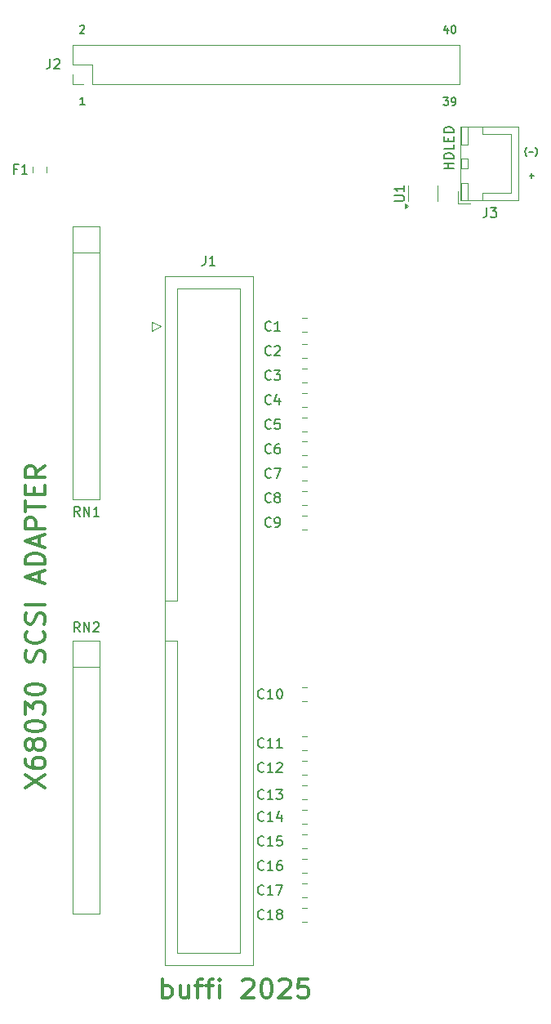
<source format=gbr>
%TF.GenerationSoftware,KiCad,Pcbnew,8.0.8*%
%TF.CreationDate,2025-02-28T07:36:19+01:00*%
%TF.ProjectId,x68030_scsi,78363830-3330-45f7-9363-73692e6b6963,rev?*%
%TF.SameCoordinates,Original*%
%TF.FileFunction,Legend,Top*%
%TF.FilePolarity,Positive*%
%FSLAX46Y46*%
G04 Gerber Fmt 4.6, Leading zero omitted, Abs format (unit mm)*
G04 Created by KiCad (PCBNEW 8.0.8) date 2025-02-28 07:36:19*
%MOMM*%
%LPD*%
G01*
G04 APERTURE LIST*
%ADD10C,0.300000*%
%ADD11C,0.150000*%
%ADD12C,0.120000*%
G04 APERTURE END LIST*
D10*
X46774558Y-173729638D02*
X46774558Y-171729638D01*
X46774558Y-172491542D02*
X46965034Y-172396304D01*
X46965034Y-172396304D02*
X47345987Y-172396304D01*
X47345987Y-172396304D02*
X47536463Y-172491542D01*
X47536463Y-172491542D02*
X47631701Y-172586780D01*
X47631701Y-172586780D02*
X47726939Y-172777257D01*
X47726939Y-172777257D02*
X47726939Y-173348685D01*
X47726939Y-173348685D02*
X47631701Y-173539161D01*
X47631701Y-173539161D02*
X47536463Y-173634400D01*
X47536463Y-173634400D02*
X47345987Y-173729638D01*
X47345987Y-173729638D02*
X46965034Y-173729638D01*
X46965034Y-173729638D02*
X46774558Y-173634400D01*
X49441225Y-172396304D02*
X49441225Y-173729638D01*
X48584082Y-172396304D02*
X48584082Y-173443923D01*
X48584082Y-173443923D02*
X48679320Y-173634400D01*
X48679320Y-173634400D02*
X48869796Y-173729638D01*
X48869796Y-173729638D02*
X49155511Y-173729638D01*
X49155511Y-173729638D02*
X49345987Y-173634400D01*
X49345987Y-173634400D02*
X49441225Y-173539161D01*
X50107892Y-172396304D02*
X50869796Y-172396304D01*
X50393606Y-173729638D02*
X50393606Y-172015352D01*
X50393606Y-172015352D02*
X50488844Y-171824876D01*
X50488844Y-171824876D02*
X50679320Y-171729638D01*
X50679320Y-171729638D02*
X50869796Y-171729638D01*
X51250749Y-172396304D02*
X52012653Y-172396304D01*
X51536463Y-173729638D02*
X51536463Y-172015352D01*
X51536463Y-172015352D02*
X51631701Y-171824876D01*
X51631701Y-171824876D02*
X51822177Y-171729638D01*
X51822177Y-171729638D02*
X52012653Y-171729638D01*
X52679320Y-173729638D02*
X52679320Y-172396304D01*
X52679320Y-171729638D02*
X52584082Y-171824876D01*
X52584082Y-171824876D02*
X52679320Y-171920114D01*
X52679320Y-171920114D02*
X52774558Y-171824876D01*
X52774558Y-171824876D02*
X52679320Y-171729638D01*
X52679320Y-171729638D02*
X52679320Y-171920114D01*
X55060273Y-171920114D02*
X55155511Y-171824876D01*
X55155511Y-171824876D02*
X55345987Y-171729638D01*
X55345987Y-171729638D02*
X55822178Y-171729638D01*
X55822178Y-171729638D02*
X56012654Y-171824876D01*
X56012654Y-171824876D02*
X56107892Y-171920114D01*
X56107892Y-171920114D02*
X56203130Y-172110590D01*
X56203130Y-172110590D02*
X56203130Y-172301066D01*
X56203130Y-172301066D02*
X56107892Y-172586780D01*
X56107892Y-172586780D02*
X54965035Y-173729638D01*
X54965035Y-173729638D02*
X56203130Y-173729638D01*
X57441225Y-171729638D02*
X57631702Y-171729638D01*
X57631702Y-171729638D02*
X57822178Y-171824876D01*
X57822178Y-171824876D02*
X57917416Y-171920114D01*
X57917416Y-171920114D02*
X58012654Y-172110590D01*
X58012654Y-172110590D02*
X58107892Y-172491542D01*
X58107892Y-172491542D02*
X58107892Y-172967733D01*
X58107892Y-172967733D02*
X58012654Y-173348685D01*
X58012654Y-173348685D02*
X57917416Y-173539161D01*
X57917416Y-173539161D02*
X57822178Y-173634400D01*
X57822178Y-173634400D02*
X57631702Y-173729638D01*
X57631702Y-173729638D02*
X57441225Y-173729638D01*
X57441225Y-173729638D02*
X57250749Y-173634400D01*
X57250749Y-173634400D02*
X57155511Y-173539161D01*
X57155511Y-173539161D02*
X57060273Y-173348685D01*
X57060273Y-173348685D02*
X56965035Y-172967733D01*
X56965035Y-172967733D02*
X56965035Y-172491542D01*
X56965035Y-172491542D02*
X57060273Y-172110590D01*
X57060273Y-172110590D02*
X57155511Y-171920114D01*
X57155511Y-171920114D02*
X57250749Y-171824876D01*
X57250749Y-171824876D02*
X57441225Y-171729638D01*
X58869797Y-171920114D02*
X58965035Y-171824876D01*
X58965035Y-171824876D02*
X59155511Y-171729638D01*
X59155511Y-171729638D02*
X59631702Y-171729638D01*
X59631702Y-171729638D02*
X59822178Y-171824876D01*
X59822178Y-171824876D02*
X59917416Y-171920114D01*
X59917416Y-171920114D02*
X60012654Y-172110590D01*
X60012654Y-172110590D02*
X60012654Y-172301066D01*
X60012654Y-172301066D02*
X59917416Y-172586780D01*
X59917416Y-172586780D02*
X58774559Y-173729638D01*
X58774559Y-173729638D02*
X60012654Y-173729638D01*
X61822178Y-171729638D02*
X60869797Y-171729638D01*
X60869797Y-171729638D02*
X60774559Y-172682019D01*
X60774559Y-172682019D02*
X60869797Y-172586780D01*
X60869797Y-172586780D02*
X61060273Y-172491542D01*
X61060273Y-172491542D02*
X61536464Y-172491542D01*
X61536464Y-172491542D02*
X61726940Y-172586780D01*
X61726940Y-172586780D02*
X61822178Y-172682019D01*
X61822178Y-172682019D02*
X61917416Y-172872495D01*
X61917416Y-172872495D02*
X61917416Y-173348685D01*
X61917416Y-173348685D02*
X61822178Y-173539161D01*
X61822178Y-173539161D02*
X61726940Y-173634400D01*
X61726940Y-173634400D02*
X61536464Y-173729638D01*
X61536464Y-173729638D02*
X61060273Y-173729638D01*
X61060273Y-173729638D02*
X60869797Y-173634400D01*
X60869797Y-173634400D02*
X60774559Y-173539161D01*
D11*
X84531257Y-86502742D02*
X84502686Y-86474171D01*
X84502686Y-86474171D02*
X84445543Y-86388457D01*
X84445543Y-86388457D02*
X84416972Y-86331314D01*
X84416972Y-86331314D02*
X84388400Y-86245600D01*
X84388400Y-86245600D02*
X84359829Y-86102742D01*
X84359829Y-86102742D02*
X84359829Y-85988457D01*
X84359829Y-85988457D02*
X84388400Y-85845600D01*
X84388400Y-85845600D02*
X84416972Y-85759885D01*
X84416972Y-85759885D02*
X84445543Y-85702742D01*
X84445543Y-85702742D02*
X84502686Y-85617028D01*
X84502686Y-85617028D02*
X84531257Y-85588457D01*
X84759829Y-86045600D02*
X85216972Y-86045600D01*
X85445543Y-86502742D02*
X85474114Y-86474171D01*
X85474114Y-86474171D02*
X85531257Y-86388457D01*
X85531257Y-86388457D02*
X85559829Y-86331314D01*
X85559829Y-86331314D02*
X85588400Y-86245600D01*
X85588400Y-86245600D02*
X85616971Y-86102742D01*
X85616971Y-86102742D02*
X85616971Y-85988457D01*
X85616971Y-85988457D02*
X85588400Y-85845600D01*
X85588400Y-85845600D02*
X85559829Y-85759885D01*
X85559829Y-85759885D02*
X85531257Y-85702742D01*
X85531257Y-85702742D02*
X85474114Y-85617028D01*
X85474114Y-85617028D02*
X85445543Y-85588457D01*
X76933419Y-87801220D02*
X75933419Y-87801220D01*
X76409609Y-87801220D02*
X76409609Y-87229792D01*
X76933419Y-87229792D02*
X75933419Y-87229792D01*
X76933419Y-86753601D02*
X75933419Y-86753601D01*
X75933419Y-86753601D02*
X75933419Y-86515506D01*
X75933419Y-86515506D02*
X75981038Y-86372649D01*
X75981038Y-86372649D02*
X76076276Y-86277411D01*
X76076276Y-86277411D02*
X76171514Y-86229792D01*
X76171514Y-86229792D02*
X76361990Y-86182173D01*
X76361990Y-86182173D02*
X76504847Y-86182173D01*
X76504847Y-86182173D02*
X76695323Y-86229792D01*
X76695323Y-86229792D02*
X76790561Y-86277411D01*
X76790561Y-86277411D02*
X76885800Y-86372649D01*
X76885800Y-86372649D02*
X76933419Y-86515506D01*
X76933419Y-86515506D02*
X76933419Y-86753601D01*
X76933419Y-85277411D02*
X76933419Y-85753601D01*
X76933419Y-85753601D02*
X75933419Y-85753601D01*
X76409609Y-84944077D02*
X76409609Y-84610744D01*
X76933419Y-84467887D02*
X76933419Y-84944077D01*
X76933419Y-84944077D02*
X75933419Y-84944077D01*
X75933419Y-84944077D02*
X75933419Y-84467887D01*
X76933419Y-84039315D02*
X75933419Y-84039315D01*
X75933419Y-84039315D02*
X75933419Y-83801220D01*
X75933419Y-83801220D02*
X75981038Y-83658363D01*
X75981038Y-83658363D02*
X76076276Y-83563125D01*
X76076276Y-83563125D02*
X76171514Y-83515506D01*
X76171514Y-83515506D02*
X76361990Y-83467887D01*
X76361990Y-83467887D02*
X76504847Y-83467887D01*
X76504847Y-83467887D02*
X76695323Y-83515506D01*
X76695323Y-83515506D02*
X76790561Y-83563125D01*
X76790561Y-83563125D02*
X76885800Y-83658363D01*
X76885800Y-83658363D02*
X76933419Y-83801220D01*
X76933419Y-83801220D02*
X76933419Y-84039315D01*
X76324017Y-73224161D02*
X76324017Y-73757495D01*
X76133541Y-72919400D02*
X75943064Y-73490828D01*
X75943064Y-73490828D02*
X76438303Y-73490828D01*
X76895446Y-72957495D02*
X76971636Y-72957495D01*
X76971636Y-72957495D02*
X77047827Y-72995590D01*
X77047827Y-72995590D02*
X77085922Y-73033685D01*
X77085922Y-73033685D02*
X77124017Y-73109876D01*
X77124017Y-73109876D02*
X77162112Y-73262257D01*
X77162112Y-73262257D02*
X77162112Y-73452733D01*
X77162112Y-73452733D02*
X77124017Y-73605114D01*
X77124017Y-73605114D02*
X77085922Y-73681304D01*
X77085922Y-73681304D02*
X77047827Y-73719400D01*
X77047827Y-73719400D02*
X76971636Y-73757495D01*
X76971636Y-73757495D02*
X76895446Y-73757495D01*
X76895446Y-73757495D02*
X76819255Y-73719400D01*
X76819255Y-73719400D02*
X76781160Y-73681304D01*
X76781160Y-73681304D02*
X76743065Y-73605114D01*
X76743065Y-73605114D02*
X76704969Y-73452733D01*
X76704969Y-73452733D02*
X76704969Y-73262257D01*
X76704969Y-73262257D02*
X76743065Y-73109876D01*
X76743065Y-73109876D02*
X76781160Y-73033685D01*
X76781160Y-73033685D02*
X76819255Y-72995590D01*
X76819255Y-72995590D02*
X76895446Y-72957495D01*
X38681207Y-81174295D02*
X38224064Y-81174295D01*
X38452636Y-81174295D02*
X38452636Y-80374295D01*
X38452636Y-80374295D02*
X38376445Y-80488580D01*
X38376445Y-80488580D02*
X38300255Y-80564771D01*
X38300255Y-80564771D02*
X38224064Y-80602866D01*
X84810629Y-88534800D02*
X85267772Y-88534800D01*
X85039200Y-88763371D02*
X85039200Y-88306228D01*
X75904969Y-80425095D02*
X76400207Y-80425095D01*
X76400207Y-80425095D02*
X76133541Y-80729857D01*
X76133541Y-80729857D02*
X76247826Y-80729857D01*
X76247826Y-80729857D02*
X76324017Y-80767952D01*
X76324017Y-80767952D02*
X76362112Y-80806047D01*
X76362112Y-80806047D02*
X76400207Y-80882238D01*
X76400207Y-80882238D02*
X76400207Y-81072714D01*
X76400207Y-81072714D02*
X76362112Y-81148904D01*
X76362112Y-81148904D02*
X76324017Y-81187000D01*
X76324017Y-81187000D02*
X76247826Y-81225095D01*
X76247826Y-81225095D02*
X76019255Y-81225095D01*
X76019255Y-81225095D02*
X75943064Y-81187000D01*
X75943064Y-81187000D02*
X75904969Y-81148904D01*
X76781160Y-81225095D02*
X76933541Y-81225095D01*
X76933541Y-81225095D02*
X77009731Y-81187000D01*
X77009731Y-81187000D02*
X77047827Y-81148904D01*
X77047827Y-81148904D02*
X77124017Y-81034619D01*
X77124017Y-81034619D02*
X77162112Y-80882238D01*
X77162112Y-80882238D02*
X77162112Y-80577476D01*
X77162112Y-80577476D02*
X77124017Y-80501285D01*
X77124017Y-80501285D02*
X77085922Y-80463190D01*
X77085922Y-80463190D02*
X77009731Y-80425095D01*
X77009731Y-80425095D02*
X76857350Y-80425095D01*
X76857350Y-80425095D02*
X76781160Y-80463190D01*
X76781160Y-80463190D02*
X76743065Y-80501285D01*
X76743065Y-80501285D02*
X76704969Y-80577476D01*
X76704969Y-80577476D02*
X76704969Y-80767952D01*
X76704969Y-80767952D02*
X76743065Y-80844142D01*
X76743065Y-80844142D02*
X76781160Y-80882238D01*
X76781160Y-80882238D02*
X76857350Y-80920333D01*
X76857350Y-80920333D02*
X77009731Y-80920333D01*
X77009731Y-80920333D02*
X77085922Y-80882238D01*
X77085922Y-80882238D02*
X77124017Y-80844142D01*
X77124017Y-80844142D02*
X77162112Y-80767952D01*
D10*
X32537638Y-151916917D02*
X34537638Y-150583584D01*
X32537638Y-150583584D02*
X34537638Y-151916917D01*
X32537638Y-148964536D02*
X32537638Y-149345489D01*
X32537638Y-149345489D02*
X32632876Y-149535965D01*
X32632876Y-149535965D02*
X32728114Y-149631203D01*
X32728114Y-149631203D02*
X33013828Y-149821679D01*
X33013828Y-149821679D02*
X33394780Y-149916917D01*
X33394780Y-149916917D02*
X34156685Y-149916917D01*
X34156685Y-149916917D02*
X34347161Y-149821679D01*
X34347161Y-149821679D02*
X34442400Y-149726441D01*
X34442400Y-149726441D02*
X34537638Y-149535965D01*
X34537638Y-149535965D02*
X34537638Y-149155012D01*
X34537638Y-149155012D02*
X34442400Y-148964536D01*
X34442400Y-148964536D02*
X34347161Y-148869298D01*
X34347161Y-148869298D02*
X34156685Y-148774060D01*
X34156685Y-148774060D02*
X33680495Y-148774060D01*
X33680495Y-148774060D02*
X33490019Y-148869298D01*
X33490019Y-148869298D02*
X33394780Y-148964536D01*
X33394780Y-148964536D02*
X33299542Y-149155012D01*
X33299542Y-149155012D02*
X33299542Y-149535965D01*
X33299542Y-149535965D02*
X33394780Y-149726441D01*
X33394780Y-149726441D02*
X33490019Y-149821679D01*
X33490019Y-149821679D02*
X33680495Y-149916917D01*
X33394780Y-147631203D02*
X33299542Y-147821679D01*
X33299542Y-147821679D02*
X33204304Y-147916917D01*
X33204304Y-147916917D02*
X33013828Y-148012155D01*
X33013828Y-148012155D02*
X32918590Y-148012155D01*
X32918590Y-148012155D02*
X32728114Y-147916917D01*
X32728114Y-147916917D02*
X32632876Y-147821679D01*
X32632876Y-147821679D02*
X32537638Y-147631203D01*
X32537638Y-147631203D02*
X32537638Y-147250250D01*
X32537638Y-147250250D02*
X32632876Y-147059774D01*
X32632876Y-147059774D02*
X32728114Y-146964536D01*
X32728114Y-146964536D02*
X32918590Y-146869298D01*
X32918590Y-146869298D02*
X33013828Y-146869298D01*
X33013828Y-146869298D02*
X33204304Y-146964536D01*
X33204304Y-146964536D02*
X33299542Y-147059774D01*
X33299542Y-147059774D02*
X33394780Y-147250250D01*
X33394780Y-147250250D02*
X33394780Y-147631203D01*
X33394780Y-147631203D02*
X33490019Y-147821679D01*
X33490019Y-147821679D02*
X33585257Y-147916917D01*
X33585257Y-147916917D02*
X33775733Y-148012155D01*
X33775733Y-148012155D02*
X34156685Y-148012155D01*
X34156685Y-148012155D02*
X34347161Y-147916917D01*
X34347161Y-147916917D02*
X34442400Y-147821679D01*
X34442400Y-147821679D02*
X34537638Y-147631203D01*
X34537638Y-147631203D02*
X34537638Y-147250250D01*
X34537638Y-147250250D02*
X34442400Y-147059774D01*
X34442400Y-147059774D02*
X34347161Y-146964536D01*
X34347161Y-146964536D02*
X34156685Y-146869298D01*
X34156685Y-146869298D02*
X33775733Y-146869298D01*
X33775733Y-146869298D02*
X33585257Y-146964536D01*
X33585257Y-146964536D02*
X33490019Y-147059774D01*
X33490019Y-147059774D02*
X33394780Y-147250250D01*
X32537638Y-145631203D02*
X32537638Y-145440726D01*
X32537638Y-145440726D02*
X32632876Y-145250250D01*
X32632876Y-145250250D02*
X32728114Y-145155012D01*
X32728114Y-145155012D02*
X32918590Y-145059774D01*
X32918590Y-145059774D02*
X33299542Y-144964536D01*
X33299542Y-144964536D02*
X33775733Y-144964536D01*
X33775733Y-144964536D02*
X34156685Y-145059774D01*
X34156685Y-145059774D02*
X34347161Y-145155012D01*
X34347161Y-145155012D02*
X34442400Y-145250250D01*
X34442400Y-145250250D02*
X34537638Y-145440726D01*
X34537638Y-145440726D02*
X34537638Y-145631203D01*
X34537638Y-145631203D02*
X34442400Y-145821679D01*
X34442400Y-145821679D02*
X34347161Y-145916917D01*
X34347161Y-145916917D02*
X34156685Y-146012155D01*
X34156685Y-146012155D02*
X33775733Y-146107393D01*
X33775733Y-146107393D02*
X33299542Y-146107393D01*
X33299542Y-146107393D02*
X32918590Y-146012155D01*
X32918590Y-146012155D02*
X32728114Y-145916917D01*
X32728114Y-145916917D02*
X32632876Y-145821679D01*
X32632876Y-145821679D02*
X32537638Y-145631203D01*
X32537638Y-144297869D02*
X32537638Y-143059774D01*
X32537638Y-143059774D02*
X33299542Y-143726441D01*
X33299542Y-143726441D02*
X33299542Y-143440726D01*
X33299542Y-143440726D02*
X33394780Y-143250250D01*
X33394780Y-143250250D02*
X33490019Y-143155012D01*
X33490019Y-143155012D02*
X33680495Y-143059774D01*
X33680495Y-143059774D02*
X34156685Y-143059774D01*
X34156685Y-143059774D02*
X34347161Y-143155012D01*
X34347161Y-143155012D02*
X34442400Y-143250250D01*
X34442400Y-143250250D02*
X34537638Y-143440726D01*
X34537638Y-143440726D02*
X34537638Y-144012155D01*
X34537638Y-144012155D02*
X34442400Y-144202631D01*
X34442400Y-144202631D02*
X34347161Y-144297869D01*
X32537638Y-141821679D02*
X32537638Y-141631202D01*
X32537638Y-141631202D02*
X32632876Y-141440726D01*
X32632876Y-141440726D02*
X32728114Y-141345488D01*
X32728114Y-141345488D02*
X32918590Y-141250250D01*
X32918590Y-141250250D02*
X33299542Y-141155012D01*
X33299542Y-141155012D02*
X33775733Y-141155012D01*
X33775733Y-141155012D02*
X34156685Y-141250250D01*
X34156685Y-141250250D02*
X34347161Y-141345488D01*
X34347161Y-141345488D02*
X34442400Y-141440726D01*
X34442400Y-141440726D02*
X34537638Y-141631202D01*
X34537638Y-141631202D02*
X34537638Y-141821679D01*
X34537638Y-141821679D02*
X34442400Y-142012155D01*
X34442400Y-142012155D02*
X34347161Y-142107393D01*
X34347161Y-142107393D02*
X34156685Y-142202631D01*
X34156685Y-142202631D02*
X33775733Y-142297869D01*
X33775733Y-142297869D02*
X33299542Y-142297869D01*
X33299542Y-142297869D02*
X32918590Y-142202631D01*
X32918590Y-142202631D02*
X32728114Y-142107393D01*
X32728114Y-142107393D02*
X32632876Y-142012155D01*
X32632876Y-142012155D02*
X32537638Y-141821679D01*
X34442400Y-138869297D02*
X34537638Y-138583583D01*
X34537638Y-138583583D02*
X34537638Y-138107392D01*
X34537638Y-138107392D02*
X34442400Y-137916916D01*
X34442400Y-137916916D02*
X34347161Y-137821678D01*
X34347161Y-137821678D02*
X34156685Y-137726440D01*
X34156685Y-137726440D02*
X33966209Y-137726440D01*
X33966209Y-137726440D02*
X33775733Y-137821678D01*
X33775733Y-137821678D02*
X33680495Y-137916916D01*
X33680495Y-137916916D02*
X33585257Y-138107392D01*
X33585257Y-138107392D02*
X33490019Y-138488345D01*
X33490019Y-138488345D02*
X33394780Y-138678821D01*
X33394780Y-138678821D02*
X33299542Y-138774059D01*
X33299542Y-138774059D02*
X33109066Y-138869297D01*
X33109066Y-138869297D02*
X32918590Y-138869297D01*
X32918590Y-138869297D02*
X32728114Y-138774059D01*
X32728114Y-138774059D02*
X32632876Y-138678821D01*
X32632876Y-138678821D02*
X32537638Y-138488345D01*
X32537638Y-138488345D02*
X32537638Y-138012154D01*
X32537638Y-138012154D02*
X32632876Y-137726440D01*
X34347161Y-135726440D02*
X34442400Y-135821678D01*
X34442400Y-135821678D02*
X34537638Y-136107392D01*
X34537638Y-136107392D02*
X34537638Y-136297868D01*
X34537638Y-136297868D02*
X34442400Y-136583583D01*
X34442400Y-136583583D02*
X34251923Y-136774059D01*
X34251923Y-136774059D02*
X34061447Y-136869297D01*
X34061447Y-136869297D02*
X33680495Y-136964535D01*
X33680495Y-136964535D02*
X33394780Y-136964535D01*
X33394780Y-136964535D02*
X33013828Y-136869297D01*
X33013828Y-136869297D02*
X32823352Y-136774059D01*
X32823352Y-136774059D02*
X32632876Y-136583583D01*
X32632876Y-136583583D02*
X32537638Y-136297868D01*
X32537638Y-136297868D02*
X32537638Y-136107392D01*
X32537638Y-136107392D02*
X32632876Y-135821678D01*
X32632876Y-135821678D02*
X32728114Y-135726440D01*
X34442400Y-134964535D02*
X34537638Y-134678821D01*
X34537638Y-134678821D02*
X34537638Y-134202630D01*
X34537638Y-134202630D02*
X34442400Y-134012154D01*
X34442400Y-134012154D02*
X34347161Y-133916916D01*
X34347161Y-133916916D02*
X34156685Y-133821678D01*
X34156685Y-133821678D02*
X33966209Y-133821678D01*
X33966209Y-133821678D02*
X33775733Y-133916916D01*
X33775733Y-133916916D02*
X33680495Y-134012154D01*
X33680495Y-134012154D02*
X33585257Y-134202630D01*
X33585257Y-134202630D02*
X33490019Y-134583583D01*
X33490019Y-134583583D02*
X33394780Y-134774059D01*
X33394780Y-134774059D02*
X33299542Y-134869297D01*
X33299542Y-134869297D02*
X33109066Y-134964535D01*
X33109066Y-134964535D02*
X32918590Y-134964535D01*
X32918590Y-134964535D02*
X32728114Y-134869297D01*
X32728114Y-134869297D02*
X32632876Y-134774059D01*
X32632876Y-134774059D02*
X32537638Y-134583583D01*
X32537638Y-134583583D02*
X32537638Y-134107392D01*
X32537638Y-134107392D02*
X32632876Y-133821678D01*
X34537638Y-132964535D02*
X32537638Y-132964535D01*
X33966209Y-130583582D02*
X33966209Y-129631201D01*
X34537638Y-130774058D02*
X32537638Y-130107392D01*
X32537638Y-130107392D02*
X34537638Y-129440725D01*
X34537638Y-128774058D02*
X32537638Y-128774058D01*
X32537638Y-128774058D02*
X32537638Y-128297868D01*
X32537638Y-128297868D02*
X32632876Y-128012153D01*
X32632876Y-128012153D02*
X32823352Y-127821677D01*
X32823352Y-127821677D02*
X33013828Y-127726439D01*
X33013828Y-127726439D02*
X33394780Y-127631201D01*
X33394780Y-127631201D02*
X33680495Y-127631201D01*
X33680495Y-127631201D02*
X34061447Y-127726439D01*
X34061447Y-127726439D02*
X34251923Y-127821677D01*
X34251923Y-127821677D02*
X34442400Y-128012153D01*
X34442400Y-128012153D02*
X34537638Y-128297868D01*
X34537638Y-128297868D02*
X34537638Y-128774058D01*
X33966209Y-126869296D02*
X33966209Y-125916915D01*
X34537638Y-127059772D02*
X32537638Y-126393106D01*
X32537638Y-126393106D02*
X34537638Y-125726439D01*
X34537638Y-125059772D02*
X32537638Y-125059772D01*
X32537638Y-125059772D02*
X32537638Y-124297867D01*
X32537638Y-124297867D02*
X32632876Y-124107391D01*
X32632876Y-124107391D02*
X32728114Y-124012153D01*
X32728114Y-124012153D02*
X32918590Y-123916915D01*
X32918590Y-123916915D02*
X33204304Y-123916915D01*
X33204304Y-123916915D02*
X33394780Y-124012153D01*
X33394780Y-124012153D02*
X33490019Y-124107391D01*
X33490019Y-124107391D02*
X33585257Y-124297867D01*
X33585257Y-124297867D02*
X33585257Y-125059772D01*
X32537638Y-123345486D02*
X32537638Y-122202629D01*
X34537638Y-122774058D02*
X32537638Y-122774058D01*
X33490019Y-121535962D02*
X33490019Y-120869295D01*
X34537638Y-120583581D02*
X34537638Y-121535962D01*
X34537638Y-121535962D02*
X32537638Y-121535962D01*
X32537638Y-121535962D02*
X32537638Y-120583581D01*
X34537638Y-118583581D02*
X33585257Y-119250248D01*
X34537638Y-119726438D02*
X32537638Y-119726438D01*
X32537638Y-119726438D02*
X32537638Y-118964533D01*
X32537638Y-118964533D02*
X32632876Y-118774057D01*
X32632876Y-118774057D02*
X32728114Y-118678819D01*
X32728114Y-118678819D02*
X32918590Y-118583581D01*
X32918590Y-118583581D02*
X33204304Y-118583581D01*
X33204304Y-118583581D02*
X33394780Y-118678819D01*
X33394780Y-118678819D02*
X33490019Y-118774057D01*
X33490019Y-118774057D02*
X33585257Y-118964533D01*
X33585257Y-118964533D02*
X33585257Y-119726438D01*
D11*
X38198664Y-73033685D02*
X38236760Y-72995590D01*
X38236760Y-72995590D02*
X38312950Y-72957495D01*
X38312950Y-72957495D02*
X38503426Y-72957495D01*
X38503426Y-72957495D02*
X38579617Y-72995590D01*
X38579617Y-72995590D02*
X38617712Y-73033685D01*
X38617712Y-73033685D02*
X38655807Y-73109876D01*
X38655807Y-73109876D02*
X38655807Y-73186066D01*
X38655807Y-73186066D02*
X38617712Y-73300352D01*
X38617712Y-73300352D02*
X38160569Y-73757495D01*
X38160569Y-73757495D02*
X38655807Y-73757495D01*
X57999333Y-112119580D02*
X57951714Y-112167200D01*
X57951714Y-112167200D02*
X57808857Y-112214819D01*
X57808857Y-112214819D02*
X57713619Y-112214819D01*
X57713619Y-112214819D02*
X57570762Y-112167200D01*
X57570762Y-112167200D02*
X57475524Y-112071961D01*
X57475524Y-112071961D02*
X57427905Y-111976723D01*
X57427905Y-111976723D02*
X57380286Y-111786247D01*
X57380286Y-111786247D02*
X57380286Y-111643390D01*
X57380286Y-111643390D02*
X57427905Y-111452914D01*
X57427905Y-111452914D02*
X57475524Y-111357676D01*
X57475524Y-111357676D02*
X57570762Y-111262438D01*
X57570762Y-111262438D02*
X57713619Y-111214819D01*
X57713619Y-111214819D02*
X57808857Y-111214819D01*
X57808857Y-111214819D02*
X57951714Y-111262438D01*
X57951714Y-111262438D02*
X57999333Y-111310057D01*
X58856476Y-111548152D02*
X58856476Y-112214819D01*
X58618381Y-111167200D02*
X58380286Y-111881485D01*
X58380286Y-111881485D02*
X58999333Y-111881485D01*
X31670666Y-87815009D02*
X31337333Y-87815009D01*
X31337333Y-88338819D02*
X31337333Y-87338819D01*
X31337333Y-87338819D02*
X31813523Y-87338819D01*
X32718285Y-88338819D02*
X32146857Y-88338819D01*
X32432571Y-88338819D02*
X32432571Y-87338819D01*
X32432571Y-87338819D02*
X32337333Y-87481676D01*
X32337333Y-87481676D02*
X32242095Y-87576914D01*
X32242095Y-87576914D02*
X32146857Y-87624533D01*
X70816419Y-91135104D02*
X71625942Y-91135104D01*
X71625942Y-91135104D02*
X71721180Y-91087485D01*
X71721180Y-91087485D02*
X71768800Y-91039866D01*
X71768800Y-91039866D02*
X71816419Y-90944628D01*
X71816419Y-90944628D02*
X71816419Y-90754152D01*
X71816419Y-90754152D02*
X71768800Y-90658914D01*
X71768800Y-90658914D02*
X71721180Y-90611295D01*
X71721180Y-90611295D02*
X71625942Y-90563676D01*
X71625942Y-90563676D02*
X70816419Y-90563676D01*
X71816419Y-89563676D02*
X71816419Y-90135104D01*
X71816419Y-89849390D02*
X70816419Y-89849390D01*
X70816419Y-89849390D02*
X70959276Y-89944628D01*
X70959276Y-89944628D02*
X71054514Y-90039866D01*
X71054514Y-90039866D02*
X71102133Y-90135104D01*
X57269142Y-162919580D02*
X57221523Y-162967200D01*
X57221523Y-162967200D02*
X57078666Y-163014819D01*
X57078666Y-163014819D02*
X56983428Y-163014819D01*
X56983428Y-163014819D02*
X56840571Y-162967200D01*
X56840571Y-162967200D02*
X56745333Y-162871961D01*
X56745333Y-162871961D02*
X56697714Y-162776723D01*
X56697714Y-162776723D02*
X56650095Y-162586247D01*
X56650095Y-162586247D02*
X56650095Y-162443390D01*
X56650095Y-162443390D02*
X56697714Y-162252914D01*
X56697714Y-162252914D02*
X56745333Y-162157676D01*
X56745333Y-162157676D02*
X56840571Y-162062438D01*
X56840571Y-162062438D02*
X56983428Y-162014819D01*
X56983428Y-162014819D02*
X57078666Y-162014819D01*
X57078666Y-162014819D02*
X57221523Y-162062438D01*
X57221523Y-162062438D02*
X57269142Y-162110057D01*
X58221523Y-163014819D02*
X57650095Y-163014819D01*
X57935809Y-163014819D02*
X57935809Y-162014819D01*
X57935809Y-162014819D02*
X57840571Y-162157676D01*
X57840571Y-162157676D02*
X57745333Y-162252914D01*
X57745333Y-162252914D02*
X57650095Y-162300533D01*
X58554857Y-162014819D02*
X59221523Y-162014819D01*
X59221523Y-162014819D02*
X58792952Y-163014819D01*
X57269142Y-153013580D02*
X57221523Y-153061200D01*
X57221523Y-153061200D02*
X57078666Y-153108819D01*
X57078666Y-153108819D02*
X56983428Y-153108819D01*
X56983428Y-153108819D02*
X56840571Y-153061200D01*
X56840571Y-153061200D02*
X56745333Y-152965961D01*
X56745333Y-152965961D02*
X56697714Y-152870723D01*
X56697714Y-152870723D02*
X56650095Y-152680247D01*
X56650095Y-152680247D02*
X56650095Y-152537390D01*
X56650095Y-152537390D02*
X56697714Y-152346914D01*
X56697714Y-152346914D02*
X56745333Y-152251676D01*
X56745333Y-152251676D02*
X56840571Y-152156438D01*
X56840571Y-152156438D02*
X56983428Y-152108819D01*
X56983428Y-152108819D02*
X57078666Y-152108819D01*
X57078666Y-152108819D02*
X57221523Y-152156438D01*
X57221523Y-152156438D02*
X57269142Y-152204057D01*
X58221523Y-153108819D02*
X57650095Y-153108819D01*
X57935809Y-153108819D02*
X57935809Y-152108819D01*
X57935809Y-152108819D02*
X57840571Y-152251676D01*
X57840571Y-152251676D02*
X57745333Y-152346914D01*
X57745333Y-152346914D02*
X57650095Y-152394533D01*
X58554857Y-152108819D02*
X59173904Y-152108819D01*
X59173904Y-152108819D02*
X58840571Y-152489771D01*
X58840571Y-152489771D02*
X58983428Y-152489771D01*
X58983428Y-152489771D02*
X59078666Y-152537390D01*
X59078666Y-152537390D02*
X59126285Y-152585009D01*
X59126285Y-152585009D02*
X59173904Y-152680247D01*
X59173904Y-152680247D02*
X59173904Y-152918342D01*
X59173904Y-152918342D02*
X59126285Y-153013580D01*
X59126285Y-153013580D02*
X59078666Y-153061200D01*
X59078666Y-153061200D02*
X58983428Y-153108819D01*
X58983428Y-153108819D02*
X58697714Y-153108819D01*
X58697714Y-153108819D02*
X58602476Y-153061200D01*
X58602476Y-153061200D02*
X58554857Y-153013580D01*
X57999333Y-122279580D02*
X57951714Y-122327200D01*
X57951714Y-122327200D02*
X57808857Y-122374819D01*
X57808857Y-122374819D02*
X57713619Y-122374819D01*
X57713619Y-122374819D02*
X57570762Y-122327200D01*
X57570762Y-122327200D02*
X57475524Y-122231961D01*
X57475524Y-122231961D02*
X57427905Y-122136723D01*
X57427905Y-122136723D02*
X57380286Y-121946247D01*
X57380286Y-121946247D02*
X57380286Y-121803390D01*
X57380286Y-121803390D02*
X57427905Y-121612914D01*
X57427905Y-121612914D02*
X57475524Y-121517676D01*
X57475524Y-121517676D02*
X57570762Y-121422438D01*
X57570762Y-121422438D02*
X57713619Y-121374819D01*
X57713619Y-121374819D02*
X57808857Y-121374819D01*
X57808857Y-121374819D02*
X57951714Y-121422438D01*
X57951714Y-121422438D02*
X57999333Y-121470057D01*
X58570762Y-121803390D02*
X58475524Y-121755771D01*
X58475524Y-121755771D02*
X58427905Y-121708152D01*
X58427905Y-121708152D02*
X58380286Y-121612914D01*
X58380286Y-121612914D02*
X58380286Y-121565295D01*
X58380286Y-121565295D02*
X58427905Y-121470057D01*
X58427905Y-121470057D02*
X58475524Y-121422438D01*
X58475524Y-121422438D02*
X58570762Y-121374819D01*
X58570762Y-121374819D02*
X58761238Y-121374819D01*
X58761238Y-121374819D02*
X58856476Y-121422438D01*
X58856476Y-121422438D02*
X58904095Y-121470057D01*
X58904095Y-121470057D02*
X58951714Y-121565295D01*
X58951714Y-121565295D02*
X58951714Y-121612914D01*
X58951714Y-121612914D02*
X58904095Y-121708152D01*
X58904095Y-121708152D02*
X58856476Y-121755771D01*
X58856476Y-121755771D02*
X58761238Y-121803390D01*
X58761238Y-121803390D02*
X58570762Y-121803390D01*
X58570762Y-121803390D02*
X58475524Y-121851009D01*
X58475524Y-121851009D02*
X58427905Y-121898628D01*
X58427905Y-121898628D02*
X58380286Y-121993866D01*
X58380286Y-121993866D02*
X58380286Y-122184342D01*
X58380286Y-122184342D02*
X58427905Y-122279580D01*
X58427905Y-122279580D02*
X58475524Y-122327200D01*
X58475524Y-122327200D02*
X58570762Y-122374819D01*
X58570762Y-122374819D02*
X58761238Y-122374819D01*
X58761238Y-122374819D02*
X58856476Y-122327200D01*
X58856476Y-122327200D02*
X58904095Y-122279580D01*
X58904095Y-122279580D02*
X58951714Y-122184342D01*
X58951714Y-122184342D02*
X58951714Y-121993866D01*
X58951714Y-121993866D02*
X58904095Y-121898628D01*
X58904095Y-121898628D02*
X58856476Y-121851009D01*
X58856476Y-121851009D02*
X58761238Y-121803390D01*
X57999333Y-114659580D02*
X57951714Y-114707200D01*
X57951714Y-114707200D02*
X57808857Y-114754819D01*
X57808857Y-114754819D02*
X57713619Y-114754819D01*
X57713619Y-114754819D02*
X57570762Y-114707200D01*
X57570762Y-114707200D02*
X57475524Y-114611961D01*
X57475524Y-114611961D02*
X57427905Y-114516723D01*
X57427905Y-114516723D02*
X57380286Y-114326247D01*
X57380286Y-114326247D02*
X57380286Y-114183390D01*
X57380286Y-114183390D02*
X57427905Y-113992914D01*
X57427905Y-113992914D02*
X57475524Y-113897676D01*
X57475524Y-113897676D02*
X57570762Y-113802438D01*
X57570762Y-113802438D02*
X57713619Y-113754819D01*
X57713619Y-113754819D02*
X57808857Y-113754819D01*
X57808857Y-113754819D02*
X57951714Y-113802438D01*
X57951714Y-113802438D02*
X57999333Y-113850057D01*
X58904095Y-113754819D02*
X58427905Y-113754819D01*
X58427905Y-113754819D02*
X58380286Y-114231009D01*
X58380286Y-114231009D02*
X58427905Y-114183390D01*
X58427905Y-114183390D02*
X58523143Y-114135771D01*
X58523143Y-114135771D02*
X58761238Y-114135771D01*
X58761238Y-114135771D02*
X58856476Y-114183390D01*
X58856476Y-114183390D02*
X58904095Y-114231009D01*
X58904095Y-114231009D02*
X58951714Y-114326247D01*
X58951714Y-114326247D02*
X58951714Y-114564342D01*
X58951714Y-114564342D02*
X58904095Y-114659580D01*
X58904095Y-114659580D02*
X58856476Y-114707200D01*
X58856476Y-114707200D02*
X58761238Y-114754819D01*
X58761238Y-114754819D02*
X58523143Y-114754819D01*
X58523143Y-114754819D02*
X58427905Y-114707200D01*
X58427905Y-114707200D02*
X58380286Y-114659580D01*
X35099666Y-76416819D02*
X35099666Y-77131104D01*
X35099666Y-77131104D02*
X35052047Y-77273961D01*
X35052047Y-77273961D02*
X34956809Y-77369200D01*
X34956809Y-77369200D02*
X34813952Y-77416819D01*
X34813952Y-77416819D02*
X34718714Y-77416819D01*
X35528238Y-76512057D02*
X35575857Y-76464438D01*
X35575857Y-76464438D02*
X35671095Y-76416819D01*
X35671095Y-76416819D02*
X35909190Y-76416819D01*
X35909190Y-76416819D02*
X36004428Y-76464438D01*
X36004428Y-76464438D02*
X36052047Y-76512057D01*
X36052047Y-76512057D02*
X36099666Y-76607295D01*
X36099666Y-76607295D02*
X36099666Y-76702533D01*
X36099666Y-76702533D02*
X36052047Y-76845390D01*
X36052047Y-76845390D02*
X35480619Y-77416819D01*
X35480619Y-77416819D02*
X36099666Y-77416819D01*
X57269142Y-147679580D02*
X57221523Y-147727200D01*
X57221523Y-147727200D02*
X57078666Y-147774819D01*
X57078666Y-147774819D02*
X56983428Y-147774819D01*
X56983428Y-147774819D02*
X56840571Y-147727200D01*
X56840571Y-147727200D02*
X56745333Y-147631961D01*
X56745333Y-147631961D02*
X56697714Y-147536723D01*
X56697714Y-147536723D02*
X56650095Y-147346247D01*
X56650095Y-147346247D02*
X56650095Y-147203390D01*
X56650095Y-147203390D02*
X56697714Y-147012914D01*
X56697714Y-147012914D02*
X56745333Y-146917676D01*
X56745333Y-146917676D02*
X56840571Y-146822438D01*
X56840571Y-146822438D02*
X56983428Y-146774819D01*
X56983428Y-146774819D02*
X57078666Y-146774819D01*
X57078666Y-146774819D02*
X57221523Y-146822438D01*
X57221523Y-146822438D02*
X57269142Y-146870057D01*
X58221523Y-147774819D02*
X57650095Y-147774819D01*
X57935809Y-147774819D02*
X57935809Y-146774819D01*
X57935809Y-146774819D02*
X57840571Y-146917676D01*
X57840571Y-146917676D02*
X57745333Y-147012914D01*
X57745333Y-147012914D02*
X57650095Y-147060533D01*
X59173904Y-147774819D02*
X58602476Y-147774819D01*
X58888190Y-147774819D02*
X58888190Y-146774819D01*
X58888190Y-146774819D02*
X58792952Y-146917676D01*
X58792952Y-146917676D02*
X58697714Y-147012914D01*
X58697714Y-147012914D02*
X58602476Y-147060533D01*
X57999333Y-107039580D02*
X57951714Y-107087200D01*
X57951714Y-107087200D02*
X57808857Y-107134819D01*
X57808857Y-107134819D02*
X57713619Y-107134819D01*
X57713619Y-107134819D02*
X57570762Y-107087200D01*
X57570762Y-107087200D02*
X57475524Y-106991961D01*
X57475524Y-106991961D02*
X57427905Y-106896723D01*
X57427905Y-106896723D02*
X57380286Y-106706247D01*
X57380286Y-106706247D02*
X57380286Y-106563390D01*
X57380286Y-106563390D02*
X57427905Y-106372914D01*
X57427905Y-106372914D02*
X57475524Y-106277676D01*
X57475524Y-106277676D02*
X57570762Y-106182438D01*
X57570762Y-106182438D02*
X57713619Y-106134819D01*
X57713619Y-106134819D02*
X57808857Y-106134819D01*
X57808857Y-106134819D02*
X57951714Y-106182438D01*
X57951714Y-106182438D02*
X57999333Y-106230057D01*
X58380286Y-106230057D02*
X58427905Y-106182438D01*
X58427905Y-106182438D02*
X58523143Y-106134819D01*
X58523143Y-106134819D02*
X58761238Y-106134819D01*
X58761238Y-106134819D02*
X58856476Y-106182438D01*
X58856476Y-106182438D02*
X58904095Y-106230057D01*
X58904095Y-106230057D02*
X58951714Y-106325295D01*
X58951714Y-106325295D02*
X58951714Y-106420533D01*
X58951714Y-106420533D02*
X58904095Y-106563390D01*
X58904095Y-106563390D02*
X58332667Y-107134819D01*
X58332667Y-107134819D02*
X58951714Y-107134819D01*
X57269142Y-160379580D02*
X57221523Y-160427200D01*
X57221523Y-160427200D02*
X57078666Y-160474819D01*
X57078666Y-160474819D02*
X56983428Y-160474819D01*
X56983428Y-160474819D02*
X56840571Y-160427200D01*
X56840571Y-160427200D02*
X56745333Y-160331961D01*
X56745333Y-160331961D02*
X56697714Y-160236723D01*
X56697714Y-160236723D02*
X56650095Y-160046247D01*
X56650095Y-160046247D02*
X56650095Y-159903390D01*
X56650095Y-159903390D02*
X56697714Y-159712914D01*
X56697714Y-159712914D02*
X56745333Y-159617676D01*
X56745333Y-159617676D02*
X56840571Y-159522438D01*
X56840571Y-159522438D02*
X56983428Y-159474819D01*
X56983428Y-159474819D02*
X57078666Y-159474819D01*
X57078666Y-159474819D02*
X57221523Y-159522438D01*
X57221523Y-159522438D02*
X57269142Y-159570057D01*
X58221523Y-160474819D02*
X57650095Y-160474819D01*
X57935809Y-160474819D02*
X57935809Y-159474819D01*
X57935809Y-159474819D02*
X57840571Y-159617676D01*
X57840571Y-159617676D02*
X57745333Y-159712914D01*
X57745333Y-159712914D02*
X57650095Y-159760533D01*
X59078666Y-159474819D02*
X58888190Y-159474819D01*
X58888190Y-159474819D02*
X58792952Y-159522438D01*
X58792952Y-159522438D02*
X58745333Y-159570057D01*
X58745333Y-159570057D02*
X58650095Y-159712914D01*
X58650095Y-159712914D02*
X58602476Y-159903390D01*
X58602476Y-159903390D02*
X58602476Y-160284342D01*
X58602476Y-160284342D02*
X58650095Y-160379580D01*
X58650095Y-160379580D02*
X58697714Y-160427200D01*
X58697714Y-160427200D02*
X58792952Y-160474819D01*
X58792952Y-160474819D02*
X58983428Y-160474819D01*
X58983428Y-160474819D02*
X59078666Y-160427200D01*
X59078666Y-160427200D02*
X59126285Y-160379580D01*
X59126285Y-160379580D02*
X59173904Y-160284342D01*
X59173904Y-160284342D02*
X59173904Y-160046247D01*
X59173904Y-160046247D02*
X59126285Y-159951009D01*
X59126285Y-159951009D02*
X59078666Y-159903390D01*
X59078666Y-159903390D02*
X58983428Y-159855771D01*
X58983428Y-159855771D02*
X58792952Y-159855771D01*
X58792952Y-159855771D02*
X58697714Y-159903390D01*
X58697714Y-159903390D02*
X58650095Y-159951009D01*
X58650095Y-159951009D02*
X58602476Y-160046247D01*
X38171523Y-135786019D02*
X37838190Y-135309828D01*
X37600095Y-135786019D02*
X37600095Y-134786019D01*
X37600095Y-134786019D02*
X37981047Y-134786019D01*
X37981047Y-134786019D02*
X38076285Y-134833638D01*
X38076285Y-134833638D02*
X38123904Y-134881257D01*
X38123904Y-134881257D02*
X38171523Y-134976495D01*
X38171523Y-134976495D02*
X38171523Y-135119352D01*
X38171523Y-135119352D02*
X38123904Y-135214590D01*
X38123904Y-135214590D02*
X38076285Y-135262209D01*
X38076285Y-135262209D02*
X37981047Y-135309828D01*
X37981047Y-135309828D02*
X37600095Y-135309828D01*
X38600095Y-135786019D02*
X38600095Y-134786019D01*
X38600095Y-134786019D02*
X39171523Y-135786019D01*
X39171523Y-135786019D02*
X39171523Y-134786019D01*
X39600095Y-134881257D02*
X39647714Y-134833638D01*
X39647714Y-134833638D02*
X39742952Y-134786019D01*
X39742952Y-134786019D02*
X39981047Y-134786019D01*
X39981047Y-134786019D02*
X40076285Y-134833638D01*
X40076285Y-134833638D02*
X40123904Y-134881257D01*
X40123904Y-134881257D02*
X40171523Y-134976495D01*
X40171523Y-134976495D02*
X40171523Y-135071733D01*
X40171523Y-135071733D02*
X40123904Y-135214590D01*
X40123904Y-135214590D02*
X39552476Y-135786019D01*
X39552476Y-135786019D02*
X40171523Y-135786019D01*
X57269142Y-142599580D02*
X57221523Y-142647200D01*
X57221523Y-142647200D02*
X57078666Y-142694819D01*
X57078666Y-142694819D02*
X56983428Y-142694819D01*
X56983428Y-142694819D02*
X56840571Y-142647200D01*
X56840571Y-142647200D02*
X56745333Y-142551961D01*
X56745333Y-142551961D02*
X56697714Y-142456723D01*
X56697714Y-142456723D02*
X56650095Y-142266247D01*
X56650095Y-142266247D02*
X56650095Y-142123390D01*
X56650095Y-142123390D02*
X56697714Y-141932914D01*
X56697714Y-141932914D02*
X56745333Y-141837676D01*
X56745333Y-141837676D02*
X56840571Y-141742438D01*
X56840571Y-141742438D02*
X56983428Y-141694819D01*
X56983428Y-141694819D02*
X57078666Y-141694819D01*
X57078666Y-141694819D02*
X57221523Y-141742438D01*
X57221523Y-141742438D02*
X57269142Y-141790057D01*
X58221523Y-142694819D02*
X57650095Y-142694819D01*
X57935809Y-142694819D02*
X57935809Y-141694819D01*
X57935809Y-141694819D02*
X57840571Y-141837676D01*
X57840571Y-141837676D02*
X57745333Y-141932914D01*
X57745333Y-141932914D02*
X57650095Y-141980533D01*
X58840571Y-141694819D02*
X58935809Y-141694819D01*
X58935809Y-141694819D02*
X59031047Y-141742438D01*
X59031047Y-141742438D02*
X59078666Y-141790057D01*
X59078666Y-141790057D02*
X59126285Y-141885295D01*
X59126285Y-141885295D02*
X59173904Y-142075771D01*
X59173904Y-142075771D02*
X59173904Y-142313866D01*
X59173904Y-142313866D02*
X59126285Y-142504342D01*
X59126285Y-142504342D02*
X59078666Y-142599580D01*
X59078666Y-142599580D02*
X59031047Y-142647200D01*
X59031047Y-142647200D02*
X58935809Y-142694819D01*
X58935809Y-142694819D02*
X58840571Y-142694819D01*
X58840571Y-142694819D02*
X58745333Y-142647200D01*
X58745333Y-142647200D02*
X58697714Y-142599580D01*
X58697714Y-142599580D02*
X58650095Y-142504342D01*
X58650095Y-142504342D02*
X58602476Y-142313866D01*
X58602476Y-142313866D02*
X58602476Y-142075771D01*
X58602476Y-142075771D02*
X58650095Y-141885295D01*
X58650095Y-141885295D02*
X58697714Y-141790057D01*
X58697714Y-141790057D02*
X58745333Y-141742438D01*
X58745333Y-141742438D02*
X58840571Y-141694819D01*
X57269142Y-157839580D02*
X57221523Y-157887200D01*
X57221523Y-157887200D02*
X57078666Y-157934819D01*
X57078666Y-157934819D02*
X56983428Y-157934819D01*
X56983428Y-157934819D02*
X56840571Y-157887200D01*
X56840571Y-157887200D02*
X56745333Y-157791961D01*
X56745333Y-157791961D02*
X56697714Y-157696723D01*
X56697714Y-157696723D02*
X56650095Y-157506247D01*
X56650095Y-157506247D02*
X56650095Y-157363390D01*
X56650095Y-157363390D02*
X56697714Y-157172914D01*
X56697714Y-157172914D02*
X56745333Y-157077676D01*
X56745333Y-157077676D02*
X56840571Y-156982438D01*
X56840571Y-156982438D02*
X56983428Y-156934819D01*
X56983428Y-156934819D02*
X57078666Y-156934819D01*
X57078666Y-156934819D02*
X57221523Y-156982438D01*
X57221523Y-156982438D02*
X57269142Y-157030057D01*
X58221523Y-157934819D02*
X57650095Y-157934819D01*
X57935809Y-157934819D02*
X57935809Y-156934819D01*
X57935809Y-156934819D02*
X57840571Y-157077676D01*
X57840571Y-157077676D02*
X57745333Y-157172914D01*
X57745333Y-157172914D02*
X57650095Y-157220533D01*
X59126285Y-156934819D02*
X58650095Y-156934819D01*
X58650095Y-156934819D02*
X58602476Y-157411009D01*
X58602476Y-157411009D02*
X58650095Y-157363390D01*
X58650095Y-157363390D02*
X58745333Y-157315771D01*
X58745333Y-157315771D02*
X58983428Y-157315771D01*
X58983428Y-157315771D02*
X59078666Y-157363390D01*
X59078666Y-157363390D02*
X59126285Y-157411009D01*
X59126285Y-157411009D02*
X59173904Y-157506247D01*
X59173904Y-157506247D02*
X59173904Y-157744342D01*
X59173904Y-157744342D02*
X59126285Y-157839580D01*
X59126285Y-157839580D02*
X59078666Y-157887200D01*
X59078666Y-157887200D02*
X58983428Y-157934819D01*
X58983428Y-157934819D02*
X58745333Y-157934819D01*
X58745333Y-157934819D02*
X58650095Y-157887200D01*
X58650095Y-157887200D02*
X58602476Y-157839580D01*
X57999333Y-109579580D02*
X57951714Y-109627200D01*
X57951714Y-109627200D02*
X57808857Y-109674819D01*
X57808857Y-109674819D02*
X57713619Y-109674819D01*
X57713619Y-109674819D02*
X57570762Y-109627200D01*
X57570762Y-109627200D02*
X57475524Y-109531961D01*
X57475524Y-109531961D02*
X57427905Y-109436723D01*
X57427905Y-109436723D02*
X57380286Y-109246247D01*
X57380286Y-109246247D02*
X57380286Y-109103390D01*
X57380286Y-109103390D02*
X57427905Y-108912914D01*
X57427905Y-108912914D02*
X57475524Y-108817676D01*
X57475524Y-108817676D02*
X57570762Y-108722438D01*
X57570762Y-108722438D02*
X57713619Y-108674819D01*
X57713619Y-108674819D02*
X57808857Y-108674819D01*
X57808857Y-108674819D02*
X57951714Y-108722438D01*
X57951714Y-108722438D02*
X57999333Y-108770057D01*
X58332667Y-108674819D02*
X58951714Y-108674819D01*
X58951714Y-108674819D02*
X58618381Y-109055771D01*
X58618381Y-109055771D02*
X58761238Y-109055771D01*
X58761238Y-109055771D02*
X58856476Y-109103390D01*
X58856476Y-109103390D02*
X58904095Y-109151009D01*
X58904095Y-109151009D02*
X58951714Y-109246247D01*
X58951714Y-109246247D02*
X58951714Y-109484342D01*
X58951714Y-109484342D02*
X58904095Y-109579580D01*
X58904095Y-109579580D02*
X58856476Y-109627200D01*
X58856476Y-109627200D02*
X58761238Y-109674819D01*
X58761238Y-109674819D02*
X58475524Y-109674819D01*
X58475524Y-109674819D02*
X58380286Y-109627200D01*
X58380286Y-109627200D02*
X58332667Y-109579580D01*
X80387866Y-91809219D02*
X80387866Y-92523504D01*
X80387866Y-92523504D02*
X80340247Y-92666361D01*
X80340247Y-92666361D02*
X80245009Y-92761600D01*
X80245009Y-92761600D02*
X80102152Y-92809219D01*
X80102152Y-92809219D02*
X80006914Y-92809219D01*
X80768819Y-91809219D02*
X81387866Y-91809219D01*
X81387866Y-91809219D02*
X81054533Y-92190171D01*
X81054533Y-92190171D02*
X81197390Y-92190171D01*
X81197390Y-92190171D02*
X81292628Y-92237790D01*
X81292628Y-92237790D02*
X81340247Y-92285409D01*
X81340247Y-92285409D02*
X81387866Y-92380647D01*
X81387866Y-92380647D02*
X81387866Y-92618742D01*
X81387866Y-92618742D02*
X81340247Y-92713980D01*
X81340247Y-92713980D02*
X81292628Y-92761600D01*
X81292628Y-92761600D02*
X81197390Y-92809219D01*
X81197390Y-92809219D02*
X80911676Y-92809219D01*
X80911676Y-92809219D02*
X80816438Y-92761600D01*
X80816438Y-92761600D02*
X80768819Y-92713980D01*
X38171523Y-123797219D02*
X37838190Y-123321028D01*
X37600095Y-123797219D02*
X37600095Y-122797219D01*
X37600095Y-122797219D02*
X37981047Y-122797219D01*
X37981047Y-122797219D02*
X38076285Y-122844838D01*
X38076285Y-122844838D02*
X38123904Y-122892457D01*
X38123904Y-122892457D02*
X38171523Y-122987695D01*
X38171523Y-122987695D02*
X38171523Y-123130552D01*
X38171523Y-123130552D02*
X38123904Y-123225790D01*
X38123904Y-123225790D02*
X38076285Y-123273409D01*
X38076285Y-123273409D02*
X37981047Y-123321028D01*
X37981047Y-123321028D02*
X37600095Y-123321028D01*
X38600095Y-123797219D02*
X38600095Y-122797219D01*
X38600095Y-122797219D02*
X39171523Y-123797219D01*
X39171523Y-123797219D02*
X39171523Y-122797219D01*
X40171523Y-123797219D02*
X39600095Y-123797219D01*
X39885809Y-123797219D02*
X39885809Y-122797219D01*
X39885809Y-122797219D02*
X39790571Y-122940076D01*
X39790571Y-122940076D02*
X39695333Y-123035314D01*
X39695333Y-123035314D02*
X39600095Y-123082933D01*
X57999333Y-104499580D02*
X57951714Y-104547200D01*
X57951714Y-104547200D02*
X57808857Y-104594819D01*
X57808857Y-104594819D02*
X57713619Y-104594819D01*
X57713619Y-104594819D02*
X57570762Y-104547200D01*
X57570762Y-104547200D02*
X57475524Y-104451961D01*
X57475524Y-104451961D02*
X57427905Y-104356723D01*
X57427905Y-104356723D02*
X57380286Y-104166247D01*
X57380286Y-104166247D02*
X57380286Y-104023390D01*
X57380286Y-104023390D02*
X57427905Y-103832914D01*
X57427905Y-103832914D02*
X57475524Y-103737676D01*
X57475524Y-103737676D02*
X57570762Y-103642438D01*
X57570762Y-103642438D02*
X57713619Y-103594819D01*
X57713619Y-103594819D02*
X57808857Y-103594819D01*
X57808857Y-103594819D02*
X57951714Y-103642438D01*
X57951714Y-103642438D02*
X57999333Y-103690057D01*
X58951714Y-104594819D02*
X58380286Y-104594819D01*
X58666000Y-104594819D02*
X58666000Y-103594819D01*
X58666000Y-103594819D02*
X58570762Y-103737676D01*
X58570762Y-103737676D02*
X58475524Y-103832914D01*
X58475524Y-103832914D02*
X58380286Y-103880533D01*
X57999333Y-117199580D02*
X57951714Y-117247200D01*
X57951714Y-117247200D02*
X57808857Y-117294819D01*
X57808857Y-117294819D02*
X57713619Y-117294819D01*
X57713619Y-117294819D02*
X57570762Y-117247200D01*
X57570762Y-117247200D02*
X57475524Y-117151961D01*
X57475524Y-117151961D02*
X57427905Y-117056723D01*
X57427905Y-117056723D02*
X57380286Y-116866247D01*
X57380286Y-116866247D02*
X57380286Y-116723390D01*
X57380286Y-116723390D02*
X57427905Y-116532914D01*
X57427905Y-116532914D02*
X57475524Y-116437676D01*
X57475524Y-116437676D02*
X57570762Y-116342438D01*
X57570762Y-116342438D02*
X57713619Y-116294819D01*
X57713619Y-116294819D02*
X57808857Y-116294819D01*
X57808857Y-116294819D02*
X57951714Y-116342438D01*
X57951714Y-116342438D02*
X57999333Y-116390057D01*
X58856476Y-116294819D02*
X58666000Y-116294819D01*
X58666000Y-116294819D02*
X58570762Y-116342438D01*
X58570762Y-116342438D02*
X58523143Y-116390057D01*
X58523143Y-116390057D02*
X58427905Y-116532914D01*
X58427905Y-116532914D02*
X58380286Y-116723390D01*
X58380286Y-116723390D02*
X58380286Y-117104342D01*
X58380286Y-117104342D02*
X58427905Y-117199580D01*
X58427905Y-117199580D02*
X58475524Y-117247200D01*
X58475524Y-117247200D02*
X58570762Y-117294819D01*
X58570762Y-117294819D02*
X58761238Y-117294819D01*
X58761238Y-117294819D02*
X58856476Y-117247200D01*
X58856476Y-117247200D02*
X58904095Y-117199580D01*
X58904095Y-117199580D02*
X58951714Y-117104342D01*
X58951714Y-117104342D02*
X58951714Y-116866247D01*
X58951714Y-116866247D02*
X58904095Y-116771009D01*
X58904095Y-116771009D02*
X58856476Y-116723390D01*
X58856476Y-116723390D02*
X58761238Y-116675771D01*
X58761238Y-116675771D02*
X58570762Y-116675771D01*
X58570762Y-116675771D02*
X58475524Y-116723390D01*
X58475524Y-116723390D02*
X58427905Y-116771009D01*
X58427905Y-116771009D02*
X58380286Y-116866247D01*
X57269142Y-155299580D02*
X57221523Y-155347200D01*
X57221523Y-155347200D02*
X57078666Y-155394819D01*
X57078666Y-155394819D02*
X56983428Y-155394819D01*
X56983428Y-155394819D02*
X56840571Y-155347200D01*
X56840571Y-155347200D02*
X56745333Y-155251961D01*
X56745333Y-155251961D02*
X56697714Y-155156723D01*
X56697714Y-155156723D02*
X56650095Y-154966247D01*
X56650095Y-154966247D02*
X56650095Y-154823390D01*
X56650095Y-154823390D02*
X56697714Y-154632914D01*
X56697714Y-154632914D02*
X56745333Y-154537676D01*
X56745333Y-154537676D02*
X56840571Y-154442438D01*
X56840571Y-154442438D02*
X56983428Y-154394819D01*
X56983428Y-154394819D02*
X57078666Y-154394819D01*
X57078666Y-154394819D02*
X57221523Y-154442438D01*
X57221523Y-154442438D02*
X57269142Y-154490057D01*
X58221523Y-155394819D02*
X57650095Y-155394819D01*
X57935809Y-155394819D02*
X57935809Y-154394819D01*
X57935809Y-154394819D02*
X57840571Y-154537676D01*
X57840571Y-154537676D02*
X57745333Y-154632914D01*
X57745333Y-154632914D02*
X57650095Y-154680533D01*
X59078666Y-154728152D02*
X59078666Y-155394819D01*
X58840571Y-154347200D02*
X58602476Y-155061485D01*
X58602476Y-155061485D02*
X59221523Y-155061485D01*
X57999333Y-124819580D02*
X57951714Y-124867200D01*
X57951714Y-124867200D02*
X57808857Y-124914819D01*
X57808857Y-124914819D02*
X57713619Y-124914819D01*
X57713619Y-124914819D02*
X57570762Y-124867200D01*
X57570762Y-124867200D02*
X57475524Y-124771961D01*
X57475524Y-124771961D02*
X57427905Y-124676723D01*
X57427905Y-124676723D02*
X57380286Y-124486247D01*
X57380286Y-124486247D02*
X57380286Y-124343390D01*
X57380286Y-124343390D02*
X57427905Y-124152914D01*
X57427905Y-124152914D02*
X57475524Y-124057676D01*
X57475524Y-124057676D02*
X57570762Y-123962438D01*
X57570762Y-123962438D02*
X57713619Y-123914819D01*
X57713619Y-123914819D02*
X57808857Y-123914819D01*
X57808857Y-123914819D02*
X57951714Y-123962438D01*
X57951714Y-123962438D02*
X57999333Y-124010057D01*
X58475524Y-124914819D02*
X58666000Y-124914819D01*
X58666000Y-124914819D02*
X58761238Y-124867200D01*
X58761238Y-124867200D02*
X58808857Y-124819580D01*
X58808857Y-124819580D02*
X58904095Y-124676723D01*
X58904095Y-124676723D02*
X58951714Y-124486247D01*
X58951714Y-124486247D02*
X58951714Y-124105295D01*
X58951714Y-124105295D02*
X58904095Y-124010057D01*
X58904095Y-124010057D02*
X58856476Y-123962438D01*
X58856476Y-123962438D02*
X58761238Y-123914819D01*
X58761238Y-123914819D02*
X58570762Y-123914819D01*
X58570762Y-123914819D02*
X58475524Y-123962438D01*
X58475524Y-123962438D02*
X58427905Y-124010057D01*
X58427905Y-124010057D02*
X58380286Y-124105295D01*
X58380286Y-124105295D02*
X58380286Y-124343390D01*
X58380286Y-124343390D02*
X58427905Y-124438628D01*
X58427905Y-124438628D02*
X58475524Y-124486247D01*
X58475524Y-124486247D02*
X58570762Y-124533866D01*
X58570762Y-124533866D02*
X58761238Y-124533866D01*
X58761238Y-124533866D02*
X58856476Y-124486247D01*
X58856476Y-124486247D02*
X58904095Y-124438628D01*
X58904095Y-124438628D02*
X58951714Y-124343390D01*
X57269142Y-150219580D02*
X57221523Y-150267200D01*
X57221523Y-150267200D02*
X57078666Y-150314819D01*
X57078666Y-150314819D02*
X56983428Y-150314819D01*
X56983428Y-150314819D02*
X56840571Y-150267200D01*
X56840571Y-150267200D02*
X56745333Y-150171961D01*
X56745333Y-150171961D02*
X56697714Y-150076723D01*
X56697714Y-150076723D02*
X56650095Y-149886247D01*
X56650095Y-149886247D02*
X56650095Y-149743390D01*
X56650095Y-149743390D02*
X56697714Y-149552914D01*
X56697714Y-149552914D02*
X56745333Y-149457676D01*
X56745333Y-149457676D02*
X56840571Y-149362438D01*
X56840571Y-149362438D02*
X56983428Y-149314819D01*
X56983428Y-149314819D02*
X57078666Y-149314819D01*
X57078666Y-149314819D02*
X57221523Y-149362438D01*
X57221523Y-149362438D02*
X57269142Y-149410057D01*
X58221523Y-150314819D02*
X57650095Y-150314819D01*
X57935809Y-150314819D02*
X57935809Y-149314819D01*
X57935809Y-149314819D02*
X57840571Y-149457676D01*
X57840571Y-149457676D02*
X57745333Y-149552914D01*
X57745333Y-149552914D02*
X57650095Y-149600533D01*
X58602476Y-149410057D02*
X58650095Y-149362438D01*
X58650095Y-149362438D02*
X58745333Y-149314819D01*
X58745333Y-149314819D02*
X58983428Y-149314819D01*
X58983428Y-149314819D02*
X59078666Y-149362438D01*
X59078666Y-149362438D02*
X59126285Y-149410057D01*
X59126285Y-149410057D02*
X59173904Y-149505295D01*
X59173904Y-149505295D02*
X59173904Y-149600533D01*
X59173904Y-149600533D02*
X59126285Y-149743390D01*
X59126285Y-149743390D02*
X58554857Y-150314819D01*
X58554857Y-150314819D02*
X59173904Y-150314819D01*
X57999333Y-119739580D02*
X57951714Y-119787200D01*
X57951714Y-119787200D02*
X57808857Y-119834819D01*
X57808857Y-119834819D02*
X57713619Y-119834819D01*
X57713619Y-119834819D02*
X57570762Y-119787200D01*
X57570762Y-119787200D02*
X57475524Y-119691961D01*
X57475524Y-119691961D02*
X57427905Y-119596723D01*
X57427905Y-119596723D02*
X57380286Y-119406247D01*
X57380286Y-119406247D02*
X57380286Y-119263390D01*
X57380286Y-119263390D02*
X57427905Y-119072914D01*
X57427905Y-119072914D02*
X57475524Y-118977676D01*
X57475524Y-118977676D02*
X57570762Y-118882438D01*
X57570762Y-118882438D02*
X57713619Y-118834819D01*
X57713619Y-118834819D02*
X57808857Y-118834819D01*
X57808857Y-118834819D02*
X57951714Y-118882438D01*
X57951714Y-118882438D02*
X57999333Y-118930057D01*
X58332667Y-118834819D02*
X58999333Y-118834819D01*
X58999333Y-118834819D02*
X58570762Y-119834819D01*
X51208666Y-96824819D02*
X51208666Y-97539104D01*
X51208666Y-97539104D02*
X51161047Y-97681961D01*
X51161047Y-97681961D02*
X51065809Y-97777200D01*
X51065809Y-97777200D02*
X50922952Y-97824819D01*
X50922952Y-97824819D02*
X50827714Y-97824819D01*
X52208666Y-97824819D02*
X51637238Y-97824819D01*
X51922952Y-97824819D02*
X51922952Y-96824819D01*
X51922952Y-96824819D02*
X51827714Y-96967676D01*
X51827714Y-96967676D02*
X51732476Y-97062914D01*
X51732476Y-97062914D02*
X51637238Y-97110533D01*
X57269142Y-165459580D02*
X57221523Y-165507200D01*
X57221523Y-165507200D02*
X57078666Y-165554819D01*
X57078666Y-165554819D02*
X56983428Y-165554819D01*
X56983428Y-165554819D02*
X56840571Y-165507200D01*
X56840571Y-165507200D02*
X56745333Y-165411961D01*
X56745333Y-165411961D02*
X56697714Y-165316723D01*
X56697714Y-165316723D02*
X56650095Y-165126247D01*
X56650095Y-165126247D02*
X56650095Y-164983390D01*
X56650095Y-164983390D02*
X56697714Y-164792914D01*
X56697714Y-164792914D02*
X56745333Y-164697676D01*
X56745333Y-164697676D02*
X56840571Y-164602438D01*
X56840571Y-164602438D02*
X56983428Y-164554819D01*
X56983428Y-164554819D02*
X57078666Y-164554819D01*
X57078666Y-164554819D02*
X57221523Y-164602438D01*
X57221523Y-164602438D02*
X57269142Y-164650057D01*
X58221523Y-165554819D02*
X57650095Y-165554819D01*
X57935809Y-165554819D02*
X57935809Y-164554819D01*
X57935809Y-164554819D02*
X57840571Y-164697676D01*
X57840571Y-164697676D02*
X57745333Y-164792914D01*
X57745333Y-164792914D02*
X57650095Y-164840533D01*
X58792952Y-164983390D02*
X58697714Y-164935771D01*
X58697714Y-164935771D02*
X58650095Y-164888152D01*
X58650095Y-164888152D02*
X58602476Y-164792914D01*
X58602476Y-164792914D02*
X58602476Y-164745295D01*
X58602476Y-164745295D02*
X58650095Y-164650057D01*
X58650095Y-164650057D02*
X58697714Y-164602438D01*
X58697714Y-164602438D02*
X58792952Y-164554819D01*
X58792952Y-164554819D02*
X58983428Y-164554819D01*
X58983428Y-164554819D02*
X59078666Y-164602438D01*
X59078666Y-164602438D02*
X59126285Y-164650057D01*
X59126285Y-164650057D02*
X59173904Y-164745295D01*
X59173904Y-164745295D02*
X59173904Y-164792914D01*
X59173904Y-164792914D02*
X59126285Y-164888152D01*
X59126285Y-164888152D02*
X59078666Y-164935771D01*
X59078666Y-164935771D02*
X58983428Y-164983390D01*
X58983428Y-164983390D02*
X58792952Y-164983390D01*
X58792952Y-164983390D02*
X58697714Y-165031009D01*
X58697714Y-165031009D02*
X58650095Y-165078628D01*
X58650095Y-165078628D02*
X58602476Y-165173866D01*
X58602476Y-165173866D02*
X58602476Y-165364342D01*
X58602476Y-165364342D02*
X58650095Y-165459580D01*
X58650095Y-165459580D02*
X58697714Y-165507200D01*
X58697714Y-165507200D02*
X58792952Y-165554819D01*
X58792952Y-165554819D02*
X58983428Y-165554819D01*
X58983428Y-165554819D02*
X59078666Y-165507200D01*
X59078666Y-165507200D02*
X59126285Y-165459580D01*
X59126285Y-165459580D02*
X59173904Y-165364342D01*
X59173904Y-165364342D02*
X59173904Y-165173866D01*
X59173904Y-165173866D02*
X59126285Y-165078628D01*
X59126285Y-165078628D02*
X59078666Y-165031009D01*
X59078666Y-165031009D02*
X58983428Y-164983390D01*
D12*
%TO.C,C4*%
X61206748Y-111025000D02*
X61729252Y-111025000D01*
X61206748Y-112495000D02*
X61729252Y-112495000D01*
%TO.C,F1*%
X33326000Y-88145252D02*
X33326000Y-87622748D01*
X34746000Y-88145252D02*
X34746000Y-87622748D01*
%TO.C,U1*%
X72201600Y-90373200D02*
X72201600Y-89573200D01*
X72201600Y-90373200D02*
X72201600Y-91173200D01*
X75321600Y-90373200D02*
X75321600Y-89573200D01*
X75321600Y-90373200D02*
X75321600Y-91173200D01*
X72251600Y-91673200D02*
X71921600Y-91913200D01*
X71921600Y-91433200D01*
X72251600Y-91673200D01*
G36*
X72251600Y-91673200D02*
G01*
X71921600Y-91913200D01*
X71921600Y-91433200D01*
X72251600Y-91673200D01*
G37*
%TO.C,C17*%
X61206748Y-161825000D02*
X61729252Y-161825000D01*
X61206748Y-163295000D02*
X61729252Y-163295000D01*
%TO.C,C13*%
X61206748Y-151665000D02*
X61729252Y-151665000D01*
X61206748Y-153135000D02*
X61729252Y-153135000D01*
%TO.C,C8*%
X61206748Y-121185000D02*
X61729252Y-121185000D01*
X61206748Y-122655000D02*
X61729252Y-122655000D01*
%TO.C,C5*%
X61206748Y-113565000D02*
X61729252Y-113565000D01*
X61206748Y-115035000D02*
X61729252Y-115035000D01*
%TO.C,J2*%
X37440000Y-74940000D02*
X77560000Y-74940000D01*
X37440000Y-77000000D02*
X37440000Y-74940000D01*
X37440000Y-79060000D02*
X37440000Y-78000000D01*
X38500000Y-79060000D02*
X37440000Y-79060000D01*
X39500000Y-77000000D02*
X37440000Y-77000000D01*
X39500000Y-79060000D02*
X39500000Y-77000000D01*
X39500000Y-79060000D02*
X77560000Y-79060000D01*
X77560000Y-79060000D02*
X77560000Y-74940000D01*
%TO.C,C11*%
X61206748Y-146585000D02*
X61729252Y-146585000D01*
X61206748Y-148055000D02*
X61729252Y-148055000D01*
%TO.C,C2*%
X61206748Y-105945000D02*
X61729252Y-105945000D01*
X61206748Y-107415000D02*
X61729252Y-107415000D01*
%TO.C,C16*%
X61238748Y-159265000D02*
X61761252Y-159265000D01*
X61238748Y-160735000D02*
X61761252Y-160735000D01*
%TO.C,RN2*%
X37462000Y-136736000D02*
X37462000Y-165016000D01*
X37462000Y-165016000D02*
X40262000Y-165016000D01*
X40262000Y-136736000D02*
X37462000Y-136736000D01*
X40262000Y-139446000D02*
X37462000Y-139446000D01*
X40262000Y-165016000D02*
X40262000Y-136736000D01*
%TO.C,C10*%
X61206748Y-141505000D02*
X61729252Y-141505000D01*
X61206748Y-142975000D02*
X61729252Y-142975000D01*
%TO.C,C15*%
X61238748Y-156765000D02*
X61761252Y-156765000D01*
X61238748Y-158235000D02*
X61761252Y-158235000D01*
%TO.C,C3*%
X61206748Y-108485000D02*
X61729252Y-108485000D01*
X61206748Y-109955000D02*
X61729252Y-109955000D01*
%TO.C,J3*%
X77395400Y-90124400D02*
X77395400Y-91374400D01*
X77395400Y-91374400D02*
X78645400Y-91374400D01*
X77685400Y-83464400D02*
X77685400Y-91084400D01*
X77685400Y-91084400D02*
X83655400Y-91084400D01*
X77695400Y-83474400D02*
X77695400Y-85274400D01*
X77695400Y-85274400D02*
X78445400Y-85274400D01*
X77695400Y-86774400D02*
X77695400Y-87774400D01*
X77695400Y-87774400D02*
X78445400Y-87774400D01*
X77695400Y-89274400D02*
X77695400Y-91074400D01*
X77695400Y-91074400D02*
X78445400Y-91074400D01*
X78445400Y-83474400D02*
X77695400Y-83474400D01*
X78445400Y-85274400D02*
X78445400Y-83474400D01*
X78445400Y-86774400D02*
X77695400Y-86774400D01*
X78445400Y-87774400D02*
X78445400Y-86774400D01*
X78445400Y-89274400D02*
X77695400Y-89274400D01*
X78445400Y-91074400D02*
X78445400Y-89274400D01*
X79945400Y-83474400D02*
X79945400Y-84224400D01*
X79945400Y-84224400D02*
X82895400Y-84224400D01*
X79945400Y-90324400D02*
X82895400Y-90324400D01*
X79945400Y-91074400D02*
X79945400Y-90324400D01*
X82895400Y-84224400D02*
X82895400Y-87274400D01*
X82895400Y-90324400D02*
X82895400Y-87274400D01*
X83655400Y-83464400D02*
X77685400Y-83464400D01*
X83655400Y-91084400D02*
X83655400Y-83464400D01*
%TO.C,RN1*%
X37462000Y-93810000D02*
X37462000Y-122090000D01*
X37462000Y-122090000D02*
X40262000Y-122090000D01*
X40262000Y-93810000D02*
X37462000Y-93810000D01*
X40262000Y-96520000D02*
X37462000Y-96520000D01*
X40262000Y-122090000D02*
X40262000Y-93810000D01*
%TO.C,C1*%
X61238748Y-103265000D02*
X61761252Y-103265000D01*
X61238748Y-104735000D02*
X61761252Y-104735000D01*
%TO.C,C6*%
X61238748Y-116015000D02*
X61761252Y-116015000D01*
X61238748Y-117485000D02*
X61761252Y-117485000D01*
%TO.C,C14*%
X61206748Y-154205000D02*
X61729252Y-154205000D01*
X61206748Y-155675000D02*
X61729252Y-155675000D01*
%TO.C,C9*%
X61206748Y-123725000D02*
X61729252Y-123725000D01*
X61206748Y-125195000D02*
X61729252Y-125195000D01*
%TO.C,C12*%
X61206748Y-149125000D02*
X61729252Y-149125000D01*
X61206748Y-150595000D02*
X61729252Y-150595000D01*
%TO.C,C7*%
X61206748Y-118645000D02*
X61729252Y-118645000D01*
X61206748Y-120115000D02*
X61729252Y-120115000D01*
%TO.C,J1*%
X45612000Y-103640000D02*
X45612000Y-104640000D01*
X45612000Y-104640000D02*
X46612000Y-104140000D01*
X46612000Y-104140000D02*
X45612000Y-103640000D01*
X47002000Y-98930000D02*
X56122000Y-98930000D01*
X47002000Y-132570000D02*
X48312000Y-132570000D01*
X47002000Y-170310000D02*
X47002000Y-98930000D01*
X48312000Y-100230000D02*
X54812000Y-100230000D01*
X48312000Y-132570000D02*
X48312000Y-100230000D01*
X48312000Y-136670000D02*
X47002000Y-136670000D01*
X48312000Y-136670000D02*
X48312000Y-136670000D01*
X48312000Y-169010000D02*
X48312000Y-136670000D01*
X54812000Y-100230000D02*
X54812000Y-169010000D01*
X54812000Y-169010000D02*
X48312000Y-169010000D01*
X56122000Y-98930000D02*
X56122000Y-170310000D01*
X56122000Y-170310000D02*
X47002000Y-170310000D01*
%TO.C,C18*%
X61206748Y-164365000D02*
X61729252Y-164365000D01*
X61206748Y-165835000D02*
X61729252Y-165835000D01*
%TD*%
M02*

</source>
